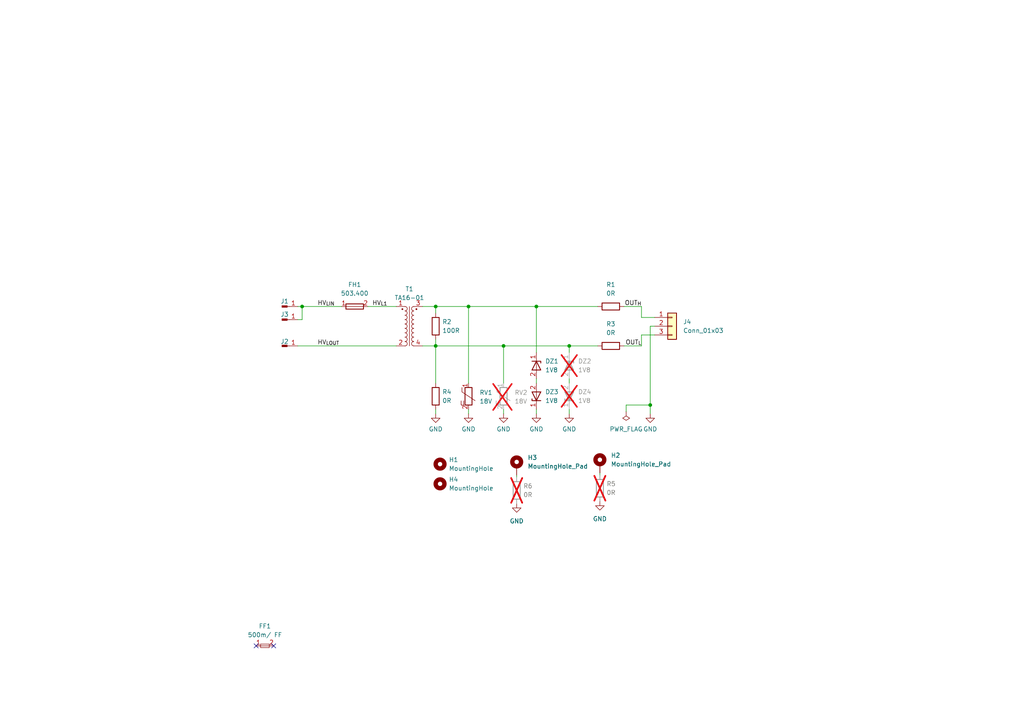
<source format=kicad_sch>
(kicad_sch (version 20231120) (generator "eeschema") (generator_version "8.0")
  (paper "A4")
  (title_block (title "lineScope 5A Probe") (date "2024-05-26") (rev "1.1.0") (company "Koszalix"))
  (lib_symbols
    (symbol "Connector_Generic:Conn_01x03" (pin_names (offset 1.016) hide)
      (property "Reference" "J" (at 0 5.08 0))
      (property "Value" "Conn_01x03" (at 0 -5.08 0))
      (symbol "Conn_01x03_1_1"
        (rectangle (start -1.27 -2.413) (end 0 -2.667) (stroke (width 0.1524)))
        (rectangle (start -1.27 0.127) (end 0 -0.127) (stroke (width 0.1524)))
        (rectangle (start -1.27 2.667) (end 0 2.413) (stroke (width 0.1524)))
        (rectangle (start -1.27 3.81) (end 1.27 -3.81) (stroke (width 0.254)) (fill (type background)))
        (pin passive line (at -5.08 2.54 0) (length 3.81) (name "Pin_1") (number "1"))
        (pin passive line (at -5.08 0 0) (length 3.81) (name "Pin_2") (number "2"))
        (pin passive line (at -5.08 -2.54 0) (length 3.81) (name "Pin_3") (number "3"))
      )
    )
    (symbol "Device:R" (pin_numbers hide) (pin_names (offset 0))
      (property "Reference" "R" (at 2.032 0 90))
      (property "Value" "R" (at 0 0 90))
      (symbol "R_0_1"
        (rectangle (start -1.016 -2.54) (end 1.016 2.54) (stroke (width 0.254)))
      )
      (symbol "R_1_1"
        (pin passive line (at 0 3.81 270) (length 1.27) (name "~") (number "1"))
        (pin passive line (at 0 -3.81 90) (length 1.27) (name "~") (number "2"))
      )
    )
    (symbol "Koszalix_Fuse_Holders:503.400"
      (property "Reference" "FH" (at 2.54 1.27 0))
      (property "Value" "503.400" (at 5.08 -1.27 0))
      (symbol "503.400_0_1"
        (rectangle (start -0.762 -2.54) (end 0.762 2.54) (stroke (width 0.254)))
        (polyline (pts (xy 0 2.54) (xy 0 -2.54)))
      )
      (symbol "503.400_1_1"
        (pin passive line (at 0 3.81 270) (length 1.27) (name "~") (number "1"))
        (pin passive line (at 0 -3.81 90) (length 1.27) (name "~") (number "2"))
      )
    )
    (symbol "Koszalix_Fuses:Fuse_5A_5x20_Ceramic_SuperFast" (exclude_from_sim yes) (on_board no)
      (property "Reference" "FF" (at 12.7 0 0))
      (property "Value" "500m/ FF" (at 11.43 -0.508 0))
      (symbol "Fuse_5A_5x20_Ceramic_SuperFast_0_1"
        (polyline (pts (xy 1.27 0) (xy 3.81 0)))
        (rectangle (start 1.27 0.508) (end 3.81 -0.508))
      )
      (symbol "Fuse_5A_5x20_Ceramic_SuperFast_1_1"
        (pin passive line (at 0 0 0) (length 1.27) (name "~") (number "1"))
        (pin passive line (at 5.08 0 180) (length 1.27) (name "~") (number "2"))
      )
    )
    (symbol "Koszalix_Resistors_Yageo_RC0603:RES_100R_0603" (pin_numbers hide) (pin_names (offset 0) hide)
      (property "Reference" "R" (at 2.54 1.27 0))
      (property "Value" "100R" (at 2.54 -1.27 0))
      (symbol "RES_100R_0603_0_1"
        (rectangle (start -1.016 -2.54) (end 1.016 2.54) (stroke (width 0.254)))
      )
      (symbol "RES_100R_0603_1_1"
        (pin passive line (at 0 3.81 270) (length 1.27) (name "~") (number "1"))
        (pin passive line (at 0 -3.81 90) (length 1.27) (name "~") (number "2"))
      )
    )
    (symbol "Koszalix_Resistors_Yageo_RC0603:RES_300R_0603" (pin_numbers hide) (pin_names (offset 0) hide)
      (property "Reference" "R" (at 2.54 1.27 0))
      (property "Value" "300R" (at 2.54 -1.27 0))
      (symbol "RES_300R_0603_0_1"
        (rectangle (start -1.016 -2.54) (end 1.016 2.54) (stroke (width 0.254)))
      )
      (symbol "RES_300R_0603_1_1"
        (pin passive line (at 0 3.81 270) (length 1.27) (name "~") (number "1"))
        (pin passive line (at 0 -3.81 90) (length 1.27) (name "~") (number "2"))
      )
    )
    (symbol "Koszalix_TabConnectors:TE-1-726388-2"
      (property "Reference" "J" (at 6.858 0 0))
      (property "MPN" "TE-1-726388-2" (at 0 0 0))
      (symbol "TE-1-726388-2_1_1"
        (polyline (pts (xy 3.048 0) (xy 2.54 0)))
        (rectangle (start 3.048 0.254) (end 4.572 -0.254) (fill (type outline)))
        (pin passive line (at 0 0 0) (length 2.54) (name "~") (number "1"))
      )
    )
    (symbol "Koszalix_Transformers:TA16-01"
      (property "Reference" "T" (at 16.002 0 0))
      (property "Value" "TA16-01" (at 2.54 3.556 0))
      (symbol "TA16-01_0_1"
        (polyline (pts (xy 3.81 0) (xy 3.81 -11.43)))
        (arc (start 2.54 -6.35) (mid 3.1723 -5.715) (end 2.54 -5.08))
        (arc (start 2.54 -5.08) (mid 3.1723 -4.445) (end 2.54 -3.81))
        (arc (start 2.54 -3.81) (mid 3.1723 -3.175) (end 2.54 -2.54))
        (arc (start 2.54 -2.54) (mid 3.1723 -1.905) (end 2.54 -1.27))
        (arc (start 2.543 -11.43) (mid 3.175 -10.795) (end 2.543 -10.16))
        (arc (start 2.543 -10.16) (mid 3.175 -9.525) (end 2.543 -8.89))
        (arc (start 2.543 -8.89) (mid 3.175 -8.255) (end 2.543 -7.62))
        (arc (start 2.543 -7.62) (mid 3.175 -6.985) (end 2.543 -6.35))
        (arc (start 2.543 -1.27) (mid 3.175 -0.635) (end 2.543 0))
        (arc (start 5.077 -10.16) (mid 4.445 -10.795) (end 5.077 -11.43))
        (arc (start 5.077 -8.89) (mid 4.445 -9.525) (end 5.077 -10.16))
        (arc (start 5.077 -7.62) (mid 4.445 -8.255) (end 5.077 -8.89))
        (arc (start 5.077 -6.35) (mid 4.445 -6.985) (end 5.077 -7.62))
        (arc (start 5.077 0) (mid 4.445 -0.635) (end 5.077 -1.27))
        (arc (start 5.08 -5.08) (mid 4.448 -5.715) (end 5.08 -6.35))
        (arc (start 5.08 -3.81) (mid 4.448 -4.445) (end 5.08 -5.08))
        (arc (start 5.08 -2.54) (mid 4.448 -3.175) (end 5.08 -3.81))
        (arc (start 5.08 -1.27) (mid 4.448 -1.905) (end 5.08 -2.54))
      )
      (symbol "TA16-01_1_1"
        (circle (center 1.778 -0.762) (radius 0.1797) (fill (type outline)))
        (circle (center 5.842 -0.762) (radius 0.1795) (fill (type outline)))
        (pin passive line (at 0 0 0) (length 2.54) (name "~") (number "1"))
        (pin passive line (at 0 -11.43 0) (length 2.54) (name "~") (number "2"))
        (pin passive line (at 7.62 0 180) (length 2.54) (name "~") (number "3"))
        (pin passive line (at 7.62 -11.43 180) (length 2.54) (name "~") (number "4"))
      )
    )
    (symbol "Koszalix_Varistors:MCVZ0603M180AGT"
      (property "Reference" "RV" (at 3.048 0 0))
      (property "MPN" "MCVZ0603M180AGT" (at 0 0 0))
      (symbol "MCVZ0603M180AGT_0_0"
        (text "U" (at -1.778 -5.842 0) (effects (font (size 1.27 1.27))))
      )
      (symbol "MCVZ0603M180AGT_0_1"
        (rectangle (start -1.016 -6.35) (end 1.016 -1.27) (stroke (width 0.254)))
        (polyline (pts (xy -1.905 -1.27) (xy -1.905 -2.54) (xy 1.905 -5.08)))
      )
      (symbol "MCVZ0603M180AGT_1_1"
        (pin passive line (at 0 0 270) (length 1.27) (name "~") (number "1"))
        (pin passive line (at 0 -7.62 90) (length 1.27) (name "~") (number "2"))
      )
    )
    (symbol "Koszalix_Zener:MMSZ4678T1G"
      (property "Reference" "DZ" (at 4.064 -0.508 0))
      (property "Value" "1V8" (at 4.064 -0.508 0))
      (property "MPN" "MMSZ4678T1G" (at 0 0 0))
      (symbol "MMSZ4678T1G_0_1"
        (polyline (pts (xy 0 -5.08) (xy 0 -2.54)))
        (polyline (pts (xy -1.27 -2.54) (xy 1.27 -2.54) (xy 1.27 -3.048)) (stroke (width 0.254)))
        (polyline (pts (xy -1.27 -5.08) (xy 1.27 -5.08) (xy 0 -2.54) (xy -1.27 -5.08)) (stroke (width 0.254)))
      )
      (symbol "MMSZ4678T1G_1_1"
        (pin passive line (at 0 0 270) (length 2.54) (name "~") (number "1"))
        (pin passive line (at 0 -7.62 90) (length 2.54) (name "~") (number "2"))
      )
    )
    (symbol "Mechanical:MountingHole" (pin_names (offset 1.016))
      (property "Reference" "H" (at 0 5.08 0))
      (property "Value" "MountingHole" (at 0 3.175 0))
      (symbol "MountingHole_0_1"
        (circle (center 0 0) (radius 1.27) (stroke (width 1.27)))
      )
    )
    (symbol "Mechanical:MountingHole_Pad" (pin_numbers hide) (pin_names (offset 1.016) hide)
      (property "Reference" "H" (at 0 6.35 0))
      (property "Value" "MountingHole_Pad" (at 0 4.445 0))
      (symbol "MountingHole_Pad_0_1"
        (circle (center 0 1.27) (radius 1.27) (stroke (width 1.27)))
      )
      (symbol "MountingHole_Pad_1_1"
        (pin input line (at 0 -2.54 90) (length 2.54) (name "1") (number "1"))
      )
    )
    (symbol "power:GND" (power) (pin_names (offset 0))
      (property "Value" "GND" (at 0 -3.81 0))
      (symbol "GND_0_1"
        (polyline (pts (xy 0 0) (xy 0 -1.27) (xy 1.27 -1.27) (xy 0 -2.54) (xy -1.27 -1.27) (xy 0 -1.27)))
      )
      (symbol "GND_1_1"
        (pin power_in line (at 0 0 270) (length 0) hide (name "GND") (number "1"))
      )
    )
    (symbol "power:PWR_FLAG" (power) (pin_numbers hide) (pin_names (offset 0) hide)
      (property "Value" "PWR_FLAG" (at 0 3.81 0))
      (symbol "PWR_FLAG_0_0"
        (pin power_out line (at 0 0 90) (length 0) (name "pwr") (number "1"))
      )
      (symbol "PWR_FLAG_0_1"
        (polyline (pts (xy 0 0) (xy 0 1.27) (xy -1.016 1.905) (xy 0 2.54) (xy 1.016 1.905) (xy 0 1.27)))
      )
    )
  )
  (junction (at 155.575 88.9))
  (junction (at 188.595 117.475))
  (junction (at 126.365 88.9))
  (junction (at 87.63 88.9))
  (junction (at 165.1 100.33))
  (junction (at 146.05 100.33))
  (junction (at 126.365 100.33))
  (junction (at 135.89 88.9))
  (no_connect (at 79.375 187.325))
  (no_connect (at 74.295 187.325))
  (wire (pts (xy 135.89 120.015) (xy 135.89 118.745)))
  (wire (pts (xy 155.575 120.015) (xy 155.575 118.745)))
  (wire (pts (xy 186.055 97.155) (xy 189.865 97.155)))
  (wire (pts (xy 165.1 100.33) (xy 165.1 102.235)))
  (wire (pts (xy 165.1 120.015) (xy 165.1 118.745)))
  (wire (pts (xy 126.365 100.33) (xy 126.365 98.425)))
  (wire (pts (xy 186.055 100.33) (xy 186.055 97.155)))
  (wire (pts (xy 165.1 111.125) (xy 165.1 109.855)))
  (wire (pts (xy 86.36 100.33) (xy 114.935 100.33)))
  (wire (pts (xy 122.555 100.33) (xy 126.365 100.33)))
  (wire (pts (xy 106.68 88.9) (xy 114.935 88.9)))
  (wire (pts (xy 146.05 100.33) (xy 165.1 100.33)))
  (wire (pts (xy 126.365 100.33) (xy 146.05 100.33)))
  (wire (pts (xy 188.595 94.615) (xy 188.595 117.475)))
  (wire (pts (xy 181.61 117.475) (xy 188.595 117.475)))
  (wire (pts (xy 87.63 92.71) (xy 87.63 88.9)))
  (wire (pts (xy 126.365 120.015) (xy 126.365 118.745)))
  (wire (pts (xy 87.63 88.9) (xy 99.06 88.9)))
  (wire (pts (xy 155.575 111.125) (xy 155.575 109.855)))
  (wire (pts (xy 180.975 100.33) (xy 186.055 100.33)))
  (wire (pts (xy 173.355 88.9) (xy 155.575 88.9)))
  (wire (pts (xy 146.05 100.33) (xy 146.05 111.125)))
  (wire (pts (xy 146.05 120.015) (xy 146.05 118.745)))
  (wire (pts (xy 186.055 92.075) (xy 189.865 92.075)))
  (wire (pts (xy 135.89 88.9) (xy 155.575 88.9)))
  (wire (pts (xy 86.36 88.9) (xy 87.63 88.9)))
  (wire (pts (xy 186.055 88.9) (xy 180.975 88.9)))
  (wire (pts (xy 86.36 92.71) (xy 87.63 92.71)))
  (wire (pts (xy 155.575 88.9) (xy 155.575 102.235)))
  (wire (pts (xy 126.365 100.33) (xy 126.365 111.125)))
  (wire (pts (xy 149.86 138.43) (xy 149.86 137.795)))
  (wire (pts (xy 165.1 100.33) (xy 173.355 100.33)))
  (wire (pts (xy 188.595 117.475) (xy 188.595 120.015)))
  (wire (pts (xy 126.365 88.9) (xy 135.89 88.9)))
  (wire (pts (xy 181.61 119.38) (xy 181.61 117.475)))
  (wire (pts (xy 186.055 92.075) (xy 186.055 88.9)))
  (wire (pts (xy 173.99 137.795) (xy 173.99 137.16)))
  (wire (pts (xy 126.365 88.9) (xy 126.365 90.805)))
  (wire (pts (xy 135.89 111.125) (xy 135.89 88.9)))
  (wire (pts (xy 122.555 88.9) (xy 126.365 88.9)))
  (wire (pts (xy 189.865 94.615) (xy 188.595 94.615)))
  (label "HV_{LOUT}" (at 92.075 100.33 0))
  (label "OUT_{H}" (at 186.055 88.9 180))
  (label "HV_{LIN}" (at 92.075 88.9 0))
  (label "HV_{L1}" (at 107.95 88.9 0))
  (label "OUT_{L}" (at 186.055 100.33 180))
  (symbol (lib_id "Mechanical:MountingHole") (at 127.635 134.62 0) (unit 1)
    (property "Reference" "H1" (at 130.175 133.3499 0) (effects (justify left)))
    (property "Value" "MountingHole" (at 130.175 135.8899 0) (effects (justify left)))
    (property "Footprint" "MountingHole:MountingHole_3.2mm_M3" (effects (hide yes)))
    (property "Description" "Mounting Hole without connection" (effects (hide yes)))
  )
  (symbol (lib_id "Koszalix_TabConnectors:TE-1-726388-2") (at 86.36 88.9 180) (unit 1)
    (property "Reference" "J1" (at 82.55 87.376 0))
    (property "Footprint" "Koszalix_Connectors_Tab:TE-1-726388-2" (effects (hide yes)))
    (property "Datasheet" "https://www.te.com/commerce/DocumentDelivery/DDEController?Action=showdoc&DocId=Customer+Drawing%7F726388%7FE3%7Fpdf%7FEnglish%7FENG_CD_726388_E3.pdf%7F1-726388-2" (effects (hide yes)))
    (property "Description" "Tab Connector 6.4mm" (effects (hide yes)))
    (property "MPN" "TE-1-726388-2" (effects (hide yes)))
    (property "Manufacturer" "TE-1-726388-2" (effects (hide yes)))
  )
  (symbol (lib_id "Koszalix_Zener:MMSZ4678T1G") (at 165.1 118.745 180) (unit 1) (dnp yes)
    (property "Reference" "DZ4" (at 167.64 113.6649 0) (effects (justify right)))
    (property "Value" "1V8" (at 167.64 116.2049 0) (effects (justify right)))
    (property "Footprint" "Diode_SMD:D_SOD-123" (effects (hide yes)))
    (property "Datasheet" "https://4donline.ihs.com/images/VipMasterIC/IC/ONSM/ONSMS37475/ONSMS37475-1.pdf?hkey=52A5661711E402568146F3353EA87419" (effects (hide yes)))
    (property "MPN" "MMSZ4678T1G" (effects (hide yes)))
    (property "Manufacturer" "ONSEMI" (effects (hide yes)))
  )
  (symbol (lib_id "Koszalix_TabConnectors:TE-1-726388-2") (at 86.36 100.33 180) (unit 1)
    (property "Reference" "J2" (at 82.55 99.06 0))
    (property "Footprint" "Koszalix_Connectors_Tab:TE-1-726388-2" (effects (hide yes)))
    (property "Datasheet" "https://www.te.com/commerce/DocumentDelivery/DDEController?Action=showdoc&DocId=Customer+Drawing%7F726388%7FE3%7Fpdf%7FEnglish%7FENG_CD_726388_E3.pdf%7F1-726388-2" (effects (hide yes)))
    (property "Description" "Tab Connector 6.4mm" (effects (hide yes)))
    (property "MPN" "TE-1-726388-2" (effects (hide yes)))
    (property "Manufacturer" "TE-1-726388-2" (effects (hide yes)))
  )
  (symbol (lib_id "Koszalix_Resistors_Yageo_RC0603:RES_300R_0603") (at 173.99 141.605 0) (unit 1) (dnp yes)
    (property "Reference" "R5" (at 175.895 140.3349 0) (effects (justify left)))
    (property "Value" "0R" (at 175.895 142.8749 0) (effects (justify left)))
    (property "Footprint" "Resistor_SMD:R_0603_1608Metric" (effects (hide yes)))
    (property "Datasheet" "https://www.tme.eu/Document/d2a72e545e5c8eb7bf2a04fa97535928/rc0603yageo.pdf" (effects (hide yes)))
    (property "Description" "SMD Resistor" (effects (hide yes)))
    (property "Manufacturer" "YAGEO" (effects (hide yes)))
    (property "MPN" "RC0603FR-070R" (effects (hide yes)))
    (property "Maximum Working Voltage " "50 V" (effects (hide yes)))
    (property "Maximum Overload Voltage" "100 V" (effects (hide yes)))
    (property "Dielectric Withstanding Voltage " "100 V" (effects (hide yes)))
    (property "Temperature Coefficient" "200ppm" (effects (hide yes)))
    (property "Operating Temperature Range" "–55 °C to +155 °C" (effects (hide yes)))
    (property "Tolerance" "1%" (effects (hide yes)))
  )
  (symbol (lib_id "Koszalix_Transformers:TA16-01") (at 114.935 88.9 0) (unit 1)
    (property "Reference" "T1" (at 118.745 83.82 0))
    (property "Value" "TA16-01" (at 118.745 86.36 0))
    (property "Footprint" "Koszalix_Transformers:PowerUC-TV16" (effects (hide yes)))
    (property "Datasheet" "https://cdn.shopifycdn.net/s/files/1/2723/6858/files/TA16_cd4c8c8e-3e86-4eb8-806b-403a81fbd9c5.pdf?v=1632720467" (effects (hide yes)))
  )
  (symbol (lib_id "Koszalix_Resistors_Yageo_RC0603:RES_300R_0603") (at 149.86 142.24 0) (unit 1) (dnp yes)
    (property "Reference" "R6" (at 151.765 140.9699 0) (effects (justify left)))
    (property "Value" "0R" (at 151.765 143.5099 0) (effects (justify left)))
    (property "Footprint" "Resistor_SMD:R_0603_1608Metric" (effects (hide yes)))
    (property "Datasheet" "https://www.tme.eu/Document/d2a72e545e5c8eb7bf2a04fa97535928/rc0603yageo.pdf" (effects (hide yes)))
    (property "Description" "SMD Resistor" (effects (hide yes)))
    (property "Manufacturer" "YAGEO" (effects (hide yes)))
    (property "MPN" "RC0603FR-070R" (effects (hide yes)))
    (property "Maximum Working Voltage " "50 V" (effects (hide yes)))
    (property "Maximum Overload Voltage" "100 V" (effects (hide yes)))
    (property "Dielectric Withstanding Voltage " "100 V" (effects (hide yes)))
    (property "Temperature Coefficient" "200ppm" (effects (hide yes)))
    (property "Operating Temperature Range" "–55 °C to +155 °C" (effects (hide yes)))
    (property "Tolerance" "1%" (effects (hide yes)))
  )
  (symbol (lib_id "Koszalix_Zener:MMSZ4678T1G") (at 165.1 102.235 0) (unit 1) (dnp yes)
    (property "Reference" "DZ2" (at 167.64 104.7749 0) (effects (justify left)))
    (property "Value" "1V8" (at 167.64 107.3149 0) (effects (justify left)))
    (property "Footprint" "Diode_SMD:D_SOD-123" (effects (hide yes)))
    (property "Datasheet" "https://4donline.ihs.com/images/VipMasterIC/IC/ONSM/ONSMS37475/ONSMS37475-1.pdf?hkey=52A5661711E402568146F3353EA87419" (effects (hide yes)))
    (property "MPN" "MMSZ4678T1G" (effects (hide yes)))
    (property "Manufacturer" "ONSEMI" (effects (hide yes)))
  )
  (symbol (lib_id "Koszalix_Zener:MMSZ4678T1G") (at 155.575 102.235 0) (unit 1)
    (property "Reference" "DZ1" (at 158.115 104.7749 0) (effects (justify left)))
    (property "Value" "1V8" (at 158.115 107.3149 0) (effects (justify left)))
    (property "Footprint" "Diode_SMD:D_SOD-123" (effects (hide yes)))
    (property "Datasheet" "https://4donline.ihs.com/images/VipMasterIC/IC/ONSM/ONSMS37475/ONSMS37475-1.pdf?hkey=52A5661711E402568146F3353EA87419" (effects (hide yes)))
    (property "MPN" "MMSZ4678T1G" (effects (hide yes)))
    (property "Manufacturer" "ONSEMI" (effects (hide yes)))
  )
  (symbol (lib_id "power:GND") (at 135.89 120.015 0) (unit 1)
    (property "Reference" "#PWR02" (effects (hide yes)))
    (property "Value" "GND" (at 135.89 124.46 0))
    (property "Description" "Power symbol creates a global label with name \"GND\" , ground" (effects (hide yes)))
  )
  (symbol (lib_id "Koszalix_TabConnectors:TE-1-726388-2") (at 86.36 92.71 180) (unit 1)
    (property "Reference" "J3" (at 82.55 91.186 0))
    (property "Footprint" "Koszalix_Connectors_Tab:TE-1-726388-2" (effects (hide yes)))
    (property "Datasheet" "https://www.te.com/commerce/DocumentDelivery/DDEController?Action=showdoc&DocId=Customer+Drawing%7F726388%7FE3%7Fpdf%7FEnglish%7FENG_CD_726388_E3.pdf%7F1-726388-2" (effects (hide yes)))
    (property "Description" "Tab Connector 6.4mm" (effects (hide yes)))
    (property "MPN" "TE-1-726388-2" (effects (hide yes)))
    (property "Manufacturer" "TE-1-726388-2" (effects (hide yes)))
  )
  (symbol (lib_id "Koszalix_Varistors:MCVZ0603M180AGT") (at 135.89 111.125 0) (unit 1)
    (property "Reference" "RV1" (at 139.065 113.8582 0) (effects (justify left)))
    (property "Value" "18V" (at 139.065 116.3982 0) (effects (justify left)))
    (property "Footprint" "Resistor_SMD:R_0603_1608Metric_Pad0.98x0.95mm_HandSolder" (effects (hide yes)))
    (property "Datasheet" "https://4donline.ihs.com/images/VipMasterIC/IC/SCMP/SCMP-S-A0009640460/SCMP-S-A0009640460-1.pdf?hkey=6D3A4C79FDBF58556ACFDE234799DDF0" (effects (hide yes)))
    (property "Description" "Varistor 14V/18V" (effects (hide yes)))
    (property "MPN" "MCVZ0603M180AGT" (effects (hide yes)))
    (property "Manufacturer" "MulticompPro" (effects (hide yes)))
  )
  (symbol (lib_id "power:GND") (at 155.575 120.015 0) (unit 1)
    (property "Reference" "#PWR04" (effects (hide yes)))
    (property "Value" "GND" (at 155.575 124.46 0))
    (property "Description" "Power symbol creates a global label with name \"GND\" , ground" (effects (hide yes)))
  )
  (symbol (lib_id "Koszalix_Fuses:Fuse_5A_5x20_Ceramic_SuperFast") (at 74.295 187.325 0) (unit 1) (exclude_from_sim yes) (on_board no)
    (property "Reference" "FF1" (at 76.835 181.61 0))
    (property "Value" "500m/ FF" (at 76.835 184.15 0))
    (property "Datasheet" "https://www.tme.eu/Document/614276a4b092aa9a63706d3ca24fbdad/SIBA-GSS-7000140.pdf" (effects (hide yes)))
    (property "MPN" "7000140.5" (effects (hide yes)))
    (property "Manufacturer" "SIBA" (effects (hide yes)))
  )
  (symbol (lib_id "power:GND") (at 149.86 146.05 0) (unit 1)
    (property "Reference" "#PWR07" (effects (hide yes)))
    (property "Value" "GND" (at 149.86 151.13 0))
    (property "Description" "Power symbol creates a global label with name \"GND\" , ground" (effects (hide yes)))
  )
  (symbol (lib_id "Koszalix_Varistors:MCVZ0603M180AGT") (at 146.05 111.125 0) (unit 1) (dnp yes)
    (property "Reference" "RV2" (at 149.225 113.8582 0) (effects (justify left)))
    (property "Value" "18V" (at 149.225 116.3982 0) (effects (justify left)))
    (property "Footprint" "Resistor_SMD:R_0603_1608Metric_Pad0.98x0.95mm_HandSolder" (effects (hide yes)))
    (property "Datasheet" "https://4donline.ihs.com/images/VipMasterIC/IC/SCMP/SCMP-S-A0009640460/SCMP-S-A0009640460-1.pdf?hkey=6D3A4C79FDBF58556ACFDE234799DDF0" (effects (hide yes)))
    (property "Description" "Varistor 14V/18V" (effects (hide yes)))
    (property "MPN" "MCVZ0603M180AGT" (effects (hide yes)))
    (property "Manufacturer" "MulticompPro" (effects (hide yes)))
  )
  (symbol (lib_id "Mechanical:MountingHole") (at 127.635 140.335 0) (unit 1)
    (property "Reference" "H4" (at 130.175 139.0649 0) (effects (justify left)))
    (property "Value" "MountingHole" (at 130.175 141.6049 0) (effects (justify left)))
    (property "Footprint" "MountingHole:MountingHole_3.2mm_M3" (effects (hide yes)))
    (property "Description" "Mounting Hole without connection" (effects (hide yes)))
  )
  (symbol (lib_id "power:GND") (at 188.595 120.015 0) (unit 1)
    (property "Reference" "#PWR06" (effects (hide yes)))
    (property "Value" "GND" (at 188.595 124.46 0))
    (property "Description" "Power symbol creates a global label with name \"GND\" , ground" (effects (hide yes)))
  )
  (symbol (lib_id "power:PWR_FLAG") (at 181.61 119.38 180) (unit 1)
    (property "Reference" "#FLG01" (effects (hide yes)))
    (property "Value" "PWR_FLAG" (at 181.61 124.46 0))
    (property "Description" "Special symbol for telling ERC where power comes from" (effects (hide yes)))
  )
  (symbol (lib_id "power:GND") (at 126.365 120.015 0) (unit 1)
    (property "Reference" "#PWR01" (effects (hide yes)))
    (property "Value" "GND" (at 126.365 124.46 0))
    (property "Description" "Power symbol creates a global label with name \"GND\" , ground" (effects (hide yes)))
  )
  (symbol (lib_id "Koszalix_Resistors_Yageo_RC0603:RES_300R_0603") (at 126.365 114.935 0) (unit 1)
    (property "Reference" "R4" (at 128.27 113.6649 0) (effects (justify left)))
    (property "Value" "0R" (at 128.27 116.2049 0) (effects (justify left)))
    (property "Footprint" "Resistor_SMD:R_0603_1608Metric" (effects (hide yes)))
    (property "Datasheet" "https://www.tme.eu/Document/d2a72e545e5c8eb7bf2a04fa97535928/rc0603yageo.pdf" (effects (hide yes)))
    (property "Description" "SMD Resistor" (effects (hide yes)))
    (property "Manufacturer" "YAGEO" (effects (hide yes)))
    (property "MPN" "RC0603FR-070R" (effects (hide yes)))
    (property "Maximum Working Voltage " "50 V" (effects (hide yes)))
    (property "Maximum Overload Voltage" "100 V" (effects (hide yes)))
    (property "Dielectric Withstanding Voltage " "100 V" (effects (hide yes)))
    (property "Temperature Coefficient" "200ppm" (effects (hide yes)))
    (property "Operating Temperature Range" "–55 °C to +155 °C" (effects (hide yes)))
    (property "Tolerance" "1%" (effects (hide yes)))
  )
  (symbol (lib_id "Connector_Generic:Conn_01x03") (at 194.945 94.615 0) (unit 1)
    (property "Reference" "J4" (at 198.12 93.3449 0) (effects (justify left)))
    (property "Value" "Conn_01x03" (at 198.12 95.8849 0) (effects (justify left)))
    (property "Footprint" "Connector_PinHeader_2.54mm:PinHeader_1x03_P2.54mm_Horizontal" (effects (hide yes)))
    (property "Description" "Generic connector, single row, 01x03, script generated (kicad-library-utils/schlib/autogen/connector/)" (effects (hide yes)))
  )
  (symbol (lib_id "power:GND") (at 146.05 120.015 0) (unit 1)
    (property "Reference" "#PWR03" (effects (hide yes)))
    (property "Value" "GND" (at 146.05 124.46 0))
    (property "Description" "Power symbol creates a global label with name \"GND\" , ground" (effects (hide yes)))
  )
  (symbol (lib_id "Device:R") (at 177.165 100.33 90) (unit 1)
    (property "Reference" "R3" (at 177.165 93.98 90))
    (property "Value" "0R" (at 177.165 96.52 90))
    (property "Footprint" "Resistor_SMD:R_1206_3216Metric_Pad1.30x1.75mm_HandSolder" (effects (hide yes)))
    (property "Description" "Resistor" (effects (hide yes)))
  )
  (symbol (lib_id "Mechanical:MountingHole_Pad") (at 173.99 134.62 0) (unit 1)
    (property "Reference" "H2" (at 177.165 132.0799 0) (effects (justify left)))
    (property "Value" "MountingHole_Pad" (at 177.165 134.6199 0) (effects (justify left)))
    (property "Footprint" "MountingHole:MountingHole_3.2mm_M3_Pad" (effects (hide yes)))
    (property "Description" "Mounting Hole with connection" (effects (hide yes)))
  )
  (symbol (lib_id "Koszalix_Resistors_Yageo_RC0603:RES_100R_0603") (at 126.365 94.615 0) (unit 1)
    (property "Reference" "R2" (at 128.27 93.3449 0) (effects (justify left)))
    (property "Value" "100R" (at 128.27 95.8849 0) (effects (justify left)))
    (property "Footprint" "Resistor_SMD:R_0603_1608Metric" (effects (hide yes)))
    (property "Datasheet" "https://www.tme.eu/Document/d2a72e545e5c8eb7bf2a04fa97535928/rc0603yageo.pdf" (effects (hide yes)))
    (property "Description" "SMD Resistor" (effects (hide yes)))
    (property "Manufacturer" "YAGEO" (effects (hide yes)))
    (property "MPN" "RC0603FR-07100R" (effects (hide yes)))
    (property "Maximum Working Voltage " "50 V" (effects (hide yes)))
    (property "Maximum Overload Voltage" "100 V" (effects (hide yes)))
    (property "Dielectric Withstanding Voltage " "100 V" (effects (hide yes)))
    (property "Temperature Coefficient" "200ppm" (effects (hide yes)))
    (property "Operating Temperature Range" "–55 °C to +155 °C" (effects (hide yes)))
    (property "Tolerance" "1%" (effects (hide yes)))
  )
  (symbol (lib_id "Mechanical:MountingHole_Pad") (at 149.86 135.255 0) (unit 1)
    (property "Reference" "H3" (at 153.035 132.7149 0) (effects (justify left)))
    (property "Value" "MountingHole_Pad" (at 153.035 135.2549 0) (effects (justify left)))
    (property "Footprint" "MountingHole:MountingHole_3.2mm_M3_Pad" (effects (hide yes)))
    (property "Description" "Mounting Hole with connection" (effects (hide yes)))
  )
  (symbol (lib_id "Device:R") (at 177.165 88.9 90) (unit 1)
    (property "Reference" "R1" (at 177.165 82.55 90))
    (property "Value" "0R" (at 177.165 85.09 90))
    (property "Footprint" "Resistor_SMD:R_1206_3216Metric_Pad1.30x1.75mm_HandSolder" (effects (hide yes)))
    (property "Description" "Resistor" (effects (hide yes)))
  )
  (symbol (lib_id "power:GND") (at 173.99 145.415 0) (unit 1)
    (property "Reference" "#PWR08" (effects (hide yes)))
    (property "Value" "GND" (at 173.99 150.495 0))
    (property "Description" "Power symbol creates a global label with name \"GND\" , ground" (effects (hide yes)))
  )
  (symbol (lib_id "Koszalix_Fuse_Holders:503.400") (at 102.87 88.9 90) (unit 1)
    (property "Reference" "FH1" (at 102.87 82.55 90))
    (property "Value" "503.400" (at 102.87 85.09 90))
    (property "Footprint" "Koszalix_Fuse_Holders:ESKA_503.400" (effects (hide yes)))
    (property "Datasheet" "https://www.eska-fuses.de/fileadmin/produkte/datenblaetter/ESKA-Sicherungshalter.pdf" (effects (hide yes)))
    (property "Contact resistance " "5mOhm" (effects (hide yes)))
    (property "Dielectric strength" "1.5kV" (effects (hide yes)))
    (property "Insulation resistance" "10MOhm" (effects (hide yes)))
    (property "MPN" "503.400" (effects (hide yes)))
    (property "Manufacturer" "ESKA" (effects (hide yes)))
  )
  (symbol (lib_id "power:GND") (at 165.1 120.015 0) (unit 1)
    (property "Reference" "#PWR05" (effects (hide yes)))
    (property "Value" "GND" (at 165.1 124.46 0))
    (property "Description" "Power symbol creates a global label with name \"GND\" , ground" (effects (hide yes)))
  )
  (symbol (lib_id "Koszalix_Zener:MMSZ4678T1G") (at 155.575 118.745 180) (unit 1)
    (property "Reference" "DZ3" (at 158.115 113.6649 0) (effects (justify right)))
    (property "Value" "1V8" (at 158.115 116.2049 0) (effects (justify right)))
    (property "Footprint" "Diode_SMD:D_SOD-123" (effects (hide yes)))
    (property "Datasheet" "https://4donline.ihs.com/images/VipMasterIC/IC/ONSM/ONSMS37475/ONSMS37475-1.pdf?hkey=52A5661711E402568146F3353EA87419" (effects (hide yes)))
    (property "MPN" "MMSZ4678T1G" (effects (hide yes)))
    (property "Manufacturer" "ONSEMI" (effects (hide yes)))
  )
)
</source>
